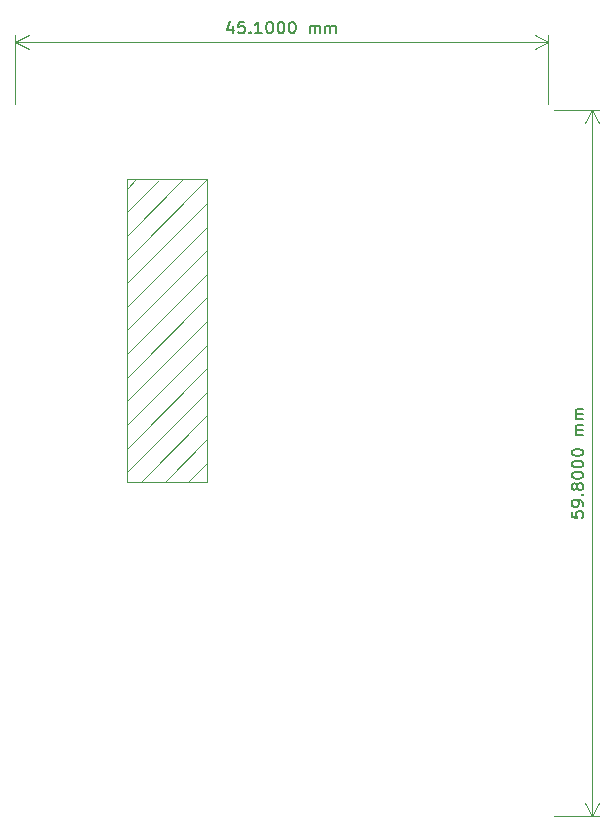
<source format=gbr>
G04 #@! TF.GenerationSoftware,KiCad,Pcbnew,9.0.6*
G04 #@! TF.CreationDate,2025-11-17T18:11:24+05:30*
G04 #@! TF.ProjectId,BloodHound_VENOM,426c6f6f-6448-46f7-956e-645f56454e4f,1*
G04 #@! TF.SameCoordinates,Original*
G04 #@! TF.FileFunction,OtherDrawing,Comment*
%FSLAX46Y46*%
G04 Gerber Fmt 4.6, Leading zero omitted, Abs format (unit mm)*
G04 Created by KiCad (PCBNEW 9.0.6) date 2025-11-17 18:11:24*
%MOMM*%
%LPD*%
G01*
G04 APERTURE LIST*
%ADD10C,0.150000*%
%ADD11C,0.100000*%
G04 APERTURE END LIST*
D10*
X176704819Y-100495237D02*
X176704819Y-100971427D01*
X176704819Y-100971427D02*
X177181009Y-101019046D01*
X177181009Y-101019046D02*
X177133390Y-100971427D01*
X177133390Y-100971427D02*
X177085771Y-100876189D01*
X177085771Y-100876189D02*
X177085771Y-100638094D01*
X177085771Y-100638094D02*
X177133390Y-100542856D01*
X177133390Y-100542856D02*
X177181009Y-100495237D01*
X177181009Y-100495237D02*
X177276247Y-100447618D01*
X177276247Y-100447618D02*
X177514342Y-100447618D01*
X177514342Y-100447618D02*
X177609580Y-100495237D01*
X177609580Y-100495237D02*
X177657200Y-100542856D01*
X177657200Y-100542856D02*
X177704819Y-100638094D01*
X177704819Y-100638094D02*
X177704819Y-100876189D01*
X177704819Y-100876189D02*
X177657200Y-100971427D01*
X177657200Y-100971427D02*
X177609580Y-101019046D01*
X177704819Y-99971427D02*
X177704819Y-99780951D01*
X177704819Y-99780951D02*
X177657200Y-99685713D01*
X177657200Y-99685713D02*
X177609580Y-99638094D01*
X177609580Y-99638094D02*
X177466723Y-99542856D01*
X177466723Y-99542856D02*
X177276247Y-99495237D01*
X177276247Y-99495237D02*
X176895295Y-99495237D01*
X176895295Y-99495237D02*
X176800057Y-99542856D01*
X176800057Y-99542856D02*
X176752438Y-99590475D01*
X176752438Y-99590475D02*
X176704819Y-99685713D01*
X176704819Y-99685713D02*
X176704819Y-99876189D01*
X176704819Y-99876189D02*
X176752438Y-99971427D01*
X176752438Y-99971427D02*
X176800057Y-100019046D01*
X176800057Y-100019046D02*
X176895295Y-100066665D01*
X176895295Y-100066665D02*
X177133390Y-100066665D01*
X177133390Y-100066665D02*
X177228628Y-100019046D01*
X177228628Y-100019046D02*
X177276247Y-99971427D01*
X177276247Y-99971427D02*
X177323866Y-99876189D01*
X177323866Y-99876189D02*
X177323866Y-99685713D01*
X177323866Y-99685713D02*
X177276247Y-99590475D01*
X177276247Y-99590475D02*
X177228628Y-99542856D01*
X177228628Y-99542856D02*
X177133390Y-99495237D01*
X177609580Y-99066665D02*
X177657200Y-99019046D01*
X177657200Y-99019046D02*
X177704819Y-99066665D01*
X177704819Y-99066665D02*
X177657200Y-99114284D01*
X177657200Y-99114284D02*
X177609580Y-99066665D01*
X177609580Y-99066665D02*
X177704819Y-99066665D01*
X177133390Y-98447618D02*
X177085771Y-98542856D01*
X177085771Y-98542856D02*
X177038152Y-98590475D01*
X177038152Y-98590475D02*
X176942914Y-98638094D01*
X176942914Y-98638094D02*
X176895295Y-98638094D01*
X176895295Y-98638094D02*
X176800057Y-98590475D01*
X176800057Y-98590475D02*
X176752438Y-98542856D01*
X176752438Y-98542856D02*
X176704819Y-98447618D01*
X176704819Y-98447618D02*
X176704819Y-98257142D01*
X176704819Y-98257142D02*
X176752438Y-98161904D01*
X176752438Y-98161904D02*
X176800057Y-98114285D01*
X176800057Y-98114285D02*
X176895295Y-98066666D01*
X176895295Y-98066666D02*
X176942914Y-98066666D01*
X176942914Y-98066666D02*
X177038152Y-98114285D01*
X177038152Y-98114285D02*
X177085771Y-98161904D01*
X177085771Y-98161904D02*
X177133390Y-98257142D01*
X177133390Y-98257142D02*
X177133390Y-98447618D01*
X177133390Y-98447618D02*
X177181009Y-98542856D01*
X177181009Y-98542856D02*
X177228628Y-98590475D01*
X177228628Y-98590475D02*
X177323866Y-98638094D01*
X177323866Y-98638094D02*
X177514342Y-98638094D01*
X177514342Y-98638094D02*
X177609580Y-98590475D01*
X177609580Y-98590475D02*
X177657200Y-98542856D01*
X177657200Y-98542856D02*
X177704819Y-98447618D01*
X177704819Y-98447618D02*
X177704819Y-98257142D01*
X177704819Y-98257142D02*
X177657200Y-98161904D01*
X177657200Y-98161904D02*
X177609580Y-98114285D01*
X177609580Y-98114285D02*
X177514342Y-98066666D01*
X177514342Y-98066666D02*
X177323866Y-98066666D01*
X177323866Y-98066666D02*
X177228628Y-98114285D01*
X177228628Y-98114285D02*
X177181009Y-98161904D01*
X177181009Y-98161904D02*
X177133390Y-98257142D01*
X176704819Y-97447618D02*
X176704819Y-97352380D01*
X176704819Y-97352380D02*
X176752438Y-97257142D01*
X176752438Y-97257142D02*
X176800057Y-97209523D01*
X176800057Y-97209523D02*
X176895295Y-97161904D01*
X176895295Y-97161904D02*
X177085771Y-97114285D01*
X177085771Y-97114285D02*
X177323866Y-97114285D01*
X177323866Y-97114285D02*
X177514342Y-97161904D01*
X177514342Y-97161904D02*
X177609580Y-97209523D01*
X177609580Y-97209523D02*
X177657200Y-97257142D01*
X177657200Y-97257142D02*
X177704819Y-97352380D01*
X177704819Y-97352380D02*
X177704819Y-97447618D01*
X177704819Y-97447618D02*
X177657200Y-97542856D01*
X177657200Y-97542856D02*
X177609580Y-97590475D01*
X177609580Y-97590475D02*
X177514342Y-97638094D01*
X177514342Y-97638094D02*
X177323866Y-97685713D01*
X177323866Y-97685713D02*
X177085771Y-97685713D01*
X177085771Y-97685713D02*
X176895295Y-97638094D01*
X176895295Y-97638094D02*
X176800057Y-97590475D01*
X176800057Y-97590475D02*
X176752438Y-97542856D01*
X176752438Y-97542856D02*
X176704819Y-97447618D01*
X176704819Y-96495237D02*
X176704819Y-96399999D01*
X176704819Y-96399999D02*
X176752438Y-96304761D01*
X176752438Y-96304761D02*
X176800057Y-96257142D01*
X176800057Y-96257142D02*
X176895295Y-96209523D01*
X176895295Y-96209523D02*
X177085771Y-96161904D01*
X177085771Y-96161904D02*
X177323866Y-96161904D01*
X177323866Y-96161904D02*
X177514342Y-96209523D01*
X177514342Y-96209523D02*
X177609580Y-96257142D01*
X177609580Y-96257142D02*
X177657200Y-96304761D01*
X177657200Y-96304761D02*
X177704819Y-96399999D01*
X177704819Y-96399999D02*
X177704819Y-96495237D01*
X177704819Y-96495237D02*
X177657200Y-96590475D01*
X177657200Y-96590475D02*
X177609580Y-96638094D01*
X177609580Y-96638094D02*
X177514342Y-96685713D01*
X177514342Y-96685713D02*
X177323866Y-96733332D01*
X177323866Y-96733332D02*
X177085771Y-96733332D01*
X177085771Y-96733332D02*
X176895295Y-96685713D01*
X176895295Y-96685713D02*
X176800057Y-96638094D01*
X176800057Y-96638094D02*
X176752438Y-96590475D01*
X176752438Y-96590475D02*
X176704819Y-96495237D01*
X176704819Y-95542856D02*
X176704819Y-95447618D01*
X176704819Y-95447618D02*
X176752438Y-95352380D01*
X176752438Y-95352380D02*
X176800057Y-95304761D01*
X176800057Y-95304761D02*
X176895295Y-95257142D01*
X176895295Y-95257142D02*
X177085771Y-95209523D01*
X177085771Y-95209523D02*
X177323866Y-95209523D01*
X177323866Y-95209523D02*
X177514342Y-95257142D01*
X177514342Y-95257142D02*
X177609580Y-95304761D01*
X177609580Y-95304761D02*
X177657200Y-95352380D01*
X177657200Y-95352380D02*
X177704819Y-95447618D01*
X177704819Y-95447618D02*
X177704819Y-95542856D01*
X177704819Y-95542856D02*
X177657200Y-95638094D01*
X177657200Y-95638094D02*
X177609580Y-95685713D01*
X177609580Y-95685713D02*
X177514342Y-95733332D01*
X177514342Y-95733332D02*
X177323866Y-95780951D01*
X177323866Y-95780951D02*
X177085771Y-95780951D01*
X177085771Y-95780951D02*
X176895295Y-95733332D01*
X176895295Y-95733332D02*
X176800057Y-95685713D01*
X176800057Y-95685713D02*
X176752438Y-95638094D01*
X176752438Y-95638094D02*
X176704819Y-95542856D01*
X177704819Y-94019046D02*
X177038152Y-94019046D01*
X177133390Y-94019046D02*
X177085771Y-93971427D01*
X177085771Y-93971427D02*
X177038152Y-93876189D01*
X177038152Y-93876189D02*
X177038152Y-93733332D01*
X177038152Y-93733332D02*
X177085771Y-93638094D01*
X177085771Y-93638094D02*
X177181009Y-93590475D01*
X177181009Y-93590475D02*
X177704819Y-93590475D01*
X177181009Y-93590475D02*
X177085771Y-93542856D01*
X177085771Y-93542856D02*
X177038152Y-93447618D01*
X177038152Y-93447618D02*
X177038152Y-93304761D01*
X177038152Y-93304761D02*
X177085771Y-93209522D01*
X177085771Y-93209522D02*
X177181009Y-93161903D01*
X177181009Y-93161903D02*
X177704819Y-93161903D01*
X177704819Y-92685713D02*
X177038152Y-92685713D01*
X177133390Y-92685713D02*
X177085771Y-92638094D01*
X177085771Y-92638094D02*
X177038152Y-92542856D01*
X177038152Y-92542856D02*
X177038152Y-92399999D01*
X177038152Y-92399999D02*
X177085771Y-92304761D01*
X177085771Y-92304761D02*
X177181009Y-92257142D01*
X177181009Y-92257142D02*
X177704819Y-92257142D01*
X177181009Y-92257142D02*
X177085771Y-92209523D01*
X177085771Y-92209523D02*
X177038152Y-92114285D01*
X177038152Y-92114285D02*
X177038152Y-91971428D01*
X177038152Y-91971428D02*
X177085771Y-91876189D01*
X177085771Y-91876189D02*
X177181009Y-91828570D01*
X177181009Y-91828570D02*
X177704819Y-91828570D01*
D11*
X175200000Y-66500000D02*
X178986420Y-66500000D01*
X175200000Y-126300000D02*
X178986420Y-126300000D01*
X178400000Y-66500000D02*
X178400000Y-126300000D01*
X178400000Y-66500000D02*
X178986421Y-67626504D01*
X178400000Y-66500000D02*
X177813579Y-67626504D01*
X178400000Y-126300000D02*
X177813579Y-125173496D01*
X178400000Y-126300000D02*
X178986421Y-125173496D01*
D10*
X148007143Y-59338152D02*
X148007143Y-60004819D01*
X147769048Y-58957200D02*
X147530953Y-59671485D01*
X147530953Y-59671485D02*
X148150000Y-59671485D01*
X149007143Y-59004819D02*
X148530953Y-59004819D01*
X148530953Y-59004819D02*
X148483334Y-59481009D01*
X148483334Y-59481009D02*
X148530953Y-59433390D01*
X148530953Y-59433390D02*
X148626191Y-59385771D01*
X148626191Y-59385771D02*
X148864286Y-59385771D01*
X148864286Y-59385771D02*
X148959524Y-59433390D01*
X148959524Y-59433390D02*
X149007143Y-59481009D01*
X149007143Y-59481009D02*
X149054762Y-59576247D01*
X149054762Y-59576247D02*
X149054762Y-59814342D01*
X149054762Y-59814342D02*
X149007143Y-59909580D01*
X149007143Y-59909580D02*
X148959524Y-59957200D01*
X148959524Y-59957200D02*
X148864286Y-60004819D01*
X148864286Y-60004819D02*
X148626191Y-60004819D01*
X148626191Y-60004819D02*
X148530953Y-59957200D01*
X148530953Y-59957200D02*
X148483334Y-59909580D01*
X149483334Y-59909580D02*
X149530953Y-59957200D01*
X149530953Y-59957200D02*
X149483334Y-60004819D01*
X149483334Y-60004819D02*
X149435715Y-59957200D01*
X149435715Y-59957200D02*
X149483334Y-59909580D01*
X149483334Y-59909580D02*
X149483334Y-60004819D01*
X150483333Y-60004819D02*
X149911905Y-60004819D01*
X150197619Y-60004819D02*
X150197619Y-59004819D01*
X150197619Y-59004819D02*
X150102381Y-59147676D01*
X150102381Y-59147676D02*
X150007143Y-59242914D01*
X150007143Y-59242914D02*
X149911905Y-59290533D01*
X151102381Y-59004819D02*
X151197619Y-59004819D01*
X151197619Y-59004819D02*
X151292857Y-59052438D01*
X151292857Y-59052438D02*
X151340476Y-59100057D01*
X151340476Y-59100057D02*
X151388095Y-59195295D01*
X151388095Y-59195295D02*
X151435714Y-59385771D01*
X151435714Y-59385771D02*
X151435714Y-59623866D01*
X151435714Y-59623866D02*
X151388095Y-59814342D01*
X151388095Y-59814342D02*
X151340476Y-59909580D01*
X151340476Y-59909580D02*
X151292857Y-59957200D01*
X151292857Y-59957200D02*
X151197619Y-60004819D01*
X151197619Y-60004819D02*
X151102381Y-60004819D01*
X151102381Y-60004819D02*
X151007143Y-59957200D01*
X151007143Y-59957200D02*
X150959524Y-59909580D01*
X150959524Y-59909580D02*
X150911905Y-59814342D01*
X150911905Y-59814342D02*
X150864286Y-59623866D01*
X150864286Y-59623866D02*
X150864286Y-59385771D01*
X150864286Y-59385771D02*
X150911905Y-59195295D01*
X150911905Y-59195295D02*
X150959524Y-59100057D01*
X150959524Y-59100057D02*
X151007143Y-59052438D01*
X151007143Y-59052438D02*
X151102381Y-59004819D01*
X152054762Y-59004819D02*
X152150000Y-59004819D01*
X152150000Y-59004819D02*
X152245238Y-59052438D01*
X152245238Y-59052438D02*
X152292857Y-59100057D01*
X152292857Y-59100057D02*
X152340476Y-59195295D01*
X152340476Y-59195295D02*
X152388095Y-59385771D01*
X152388095Y-59385771D02*
X152388095Y-59623866D01*
X152388095Y-59623866D02*
X152340476Y-59814342D01*
X152340476Y-59814342D02*
X152292857Y-59909580D01*
X152292857Y-59909580D02*
X152245238Y-59957200D01*
X152245238Y-59957200D02*
X152150000Y-60004819D01*
X152150000Y-60004819D02*
X152054762Y-60004819D01*
X152054762Y-60004819D02*
X151959524Y-59957200D01*
X151959524Y-59957200D02*
X151911905Y-59909580D01*
X151911905Y-59909580D02*
X151864286Y-59814342D01*
X151864286Y-59814342D02*
X151816667Y-59623866D01*
X151816667Y-59623866D02*
X151816667Y-59385771D01*
X151816667Y-59385771D02*
X151864286Y-59195295D01*
X151864286Y-59195295D02*
X151911905Y-59100057D01*
X151911905Y-59100057D02*
X151959524Y-59052438D01*
X151959524Y-59052438D02*
X152054762Y-59004819D01*
X153007143Y-59004819D02*
X153102381Y-59004819D01*
X153102381Y-59004819D02*
X153197619Y-59052438D01*
X153197619Y-59052438D02*
X153245238Y-59100057D01*
X153245238Y-59100057D02*
X153292857Y-59195295D01*
X153292857Y-59195295D02*
X153340476Y-59385771D01*
X153340476Y-59385771D02*
X153340476Y-59623866D01*
X153340476Y-59623866D02*
X153292857Y-59814342D01*
X153292857Y-59814342D02*
X153245238Y-59909580D01*
X153245238Y-59909580D02*
X153197619Y-59957200D01*
X153197619Y-59957200D02*
X153102381Y-60004819D01*
X153102381Y-60004819D02*
X153007143Y-60004819D01*
X153007143Y-60004819D02*
X152911905Y-59957200D01*
X152911905Y-59957200D02*
X152864286Y-59909580D01*
X152864286Y-59909580D02*
X152816667Y-59814342D01*
X152816667Y-59814342D02*
X152769048Y-59623866D01*
X152769048Y-59623866D02*
X152769048Y-59385771D01*
X152769048Y-59385771D02*
X152816667Y-59195295D01*
X152816667Y-59195295D02*
X152864286Y-59100057D01*
X152864286Y-59100057D02*
X152911905Y-59052438D01*
X152911905Y-59052438D02*
X153007143Y-59004819D01*
X154530953Y-60004819D02*
X154530953Y-59338152D01*
X154530953Y-59433390D02*
X154578572Y-59385771D01*
X154578572Y-59385771D02*
X154673810Y-59338152D01*
X154673810Y-59338152D02*
X154816667Y-59338152D01*
X154816667Y-59338152D02*
X154911905Y-59385771D01*
X154911905Y-59385771D02*
X154959524Y-59481009D01*
X154959524Y-59481009D02*
X154959524Y-60004819D01*
X154959524Y-59481009D02*
X155007143Y-59385771D01*
X155007143Y-59385771D02*
X155102381Y-59338152D01*
X155102381Y-59338152D02*
X155245238Y-59338152D01*
X155245238Y-59338152D02*
X155340477Y-59385771D01*
X155340477Y-59385771D02*
X155388096Y-59481009D01*
X155388096Y-59481009D02*
X155388096Y-60004819D01*
X155864286Y-60004819D02*
X155864286Y-59338152D01*
X155864286Y-59433390D02*
X155911905Y-59385771D01*
X155911905Y-59385771D02*
X156007143Y-59338152D01*
X156007143Y-59338152D02*
X156150000Y-59338152D01*
X156150000Y-59338152D02*
X156245238Y-59385771D01*
X156245238Y-59385771D02*
X156292857Y-59481009D01*
X156292857Y-59481009D02*
X156292857Y-60004819D01*
X156292857Y-59481009D02*
X156340476Y-59385771D01*
X156340476Y-59385771D02*
X156435714Y-59338152D01*
X156435714Y-59338152D02*
X156578571Y-59338152D01*
X156578571Y-59338152D02*
X156673810Y-59385771D01*
X156673810Y-59385771D02*
X156721429Y-59481009D01*
X156721429Y-59481009D02*
X156721429Y-60004819D01*
D11*
X174700000Y-66000000D02*
X174700000Y-60113580D01*
X129600000Y-66000000D02*
X129600000Y-60113580D01*
X174700000Y-60700000D02*
X129600000Y-60700000D01*
X174700000Y-60700000D02*
X173573496Y-61286421D01*
X174700000Y-60700000D02*
X173573496Y-60113579D01*
X129600000Y-60700000D02*
X130726504Y-60113579D01*
X129600000Y-60700000D02*
X130726504Y-61286421D01*
X139040000Y-72350000D02*
X145840000Y-72350000D01*
X139040000Y-97950000D02*
X139040000Y-72350000D01*
X139840000Y-72350000D02*
X139040000Y-73150000D01*
X141790000Y-72400000D02*
X139040000Y-75150000D01*
X143840000Y-72350000D02*
X139040000Y-77150000D01*
X145840000Y-72350000D02*
X139040000Y-79150000D01*
X145840000Y-72350000D02*
X145840000Y-97950000D01*
X145840000Y-74350000D02*
X139040000Y-81150000D01*
X145840000Y-76350000D02*
X139040000Y-83150000D01*
X145840000Y-78350000D02*
X139040000Y-85150000D01*
X145840000Y-80350000D02*
X139040000Y-87150000D01*
X145840000Y-82350000D02*
X139040000Y-89150000D01*
X145840000Y-84350000D02*
X139040000Y-91150000D01*
X145840000Y-86350000D02*
X139040000Y-93150000D01*
X145840000Y-88350000D02*
X139040000Y-95150000D01*
X145840000Y-90350000D02*
X139040000Y-97150000D01*
X145840000Y-92350000D02*
X140240000Y-97950000D01*
X145840000Y-94350000D02*
X142240000Y-97950000D01*
X145840000Y-96350000D02*
X144240000Y-97950000D01*
X145840000Y-97950000D02*
X139040000Y-97950000D01*
M02*

</source>
